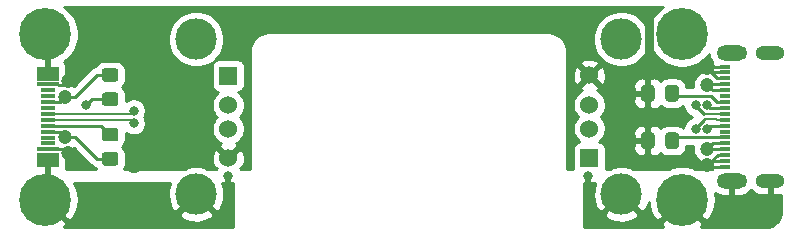
<source format=gbr>
%TF.GenerationSoftware,KiCad,Pcbnew,5.1.6-c6e7f7d~87~ubuntu18.04.1*%
%TF.CreationDate,2020-09-20T16:09:31-04:00*%
%TF.ProjectId,bt500-usbc,62743530-302d-4757-9362-632e6b696361,rev?*%
%TF.SameCoordinates,Original*%
%TF.FileFunction,Copper,L1,Top*%
%TF.FilePolarity,Positive*%
%FSLAX46Y46*%
G04 Gerber Fmt 4.6, Leading zero omitted, Abs format (unit mm)*
G04 Created by KiCad (PCBNEW 5.1.6-c6e7f7d~87~ubuntu18.04.1) date 2020-09-20 16:09:31*
%MOMM*%
%LPD*%
G01*
G04 APERTURE LIST*
%TA.AperFunction,ComponentPad*%
%ADD10O,2.450000X1.225000*%
%TD*%
%TA.AperFunction,ComponentPad*%
%ADD11O,2.600000X1.300000*%
%TD*%
%TA.AperFunction,SMDPad,CuDef*%
%ADD12R,0.900000X0.300000*%
%TD*%
%TA.AperFunction,SMDPad,CuDef*%
%ADD13R,1.850000X0.300000*%
%TD*%
%TA.AperFunction,SMDPad,CuDef*%
%ADD14R,1.250000X0.300000*%
%TD*%
%TA.AperFunction,SMDPad,CuDef*%
%ADD15R,1.850000X1.180000*%
%TD*%
%TA.AperFunction,ComponentPad*%
%ADD16C,1.524000*%
%TD*%
%TA.AperFunction,ComponentPad*%
%ADD17R,1.524000X1.524000*%
%TD*%
%TA.AperFunction,ComponentPad*%
%ADD18C,3.500000*%
%TD*%
%TA.AperFunction,ComponentPad*%
%ADD19C,4.400000*%
%TD*%
%TA.AperFunction,ViaPad*%
%ADD20C,0.800000*%
%TD*%
%TA.AperFunction,ViaPad*%
%ADD21C,1.200000*%
%TD*%
%TA.AperFunction,ViaPad*%
%ADD22C,1.600000*%
%TD*%
%TA.AperFunction,Conductor*%
%ADD23C,0.750000*%
%TD*%
%TA.AperFunction,Conductor*%
%ADD24C,0.250000*%
%TD*%
%TA.AperFunction,Conductor*%
%ADD25C,0.500000*%
%TD*%
%TA.AperFunction,Conductor*%
%ADD26C,0.200000*%
%TD*%
%TA.AperFunction,Conductor*%
%ADD27C,0.254000*%
%TD*%
G04 APERTURE END LIST*
D10*
%TO.P,J2,S3*%
%TO.N,/SHIELD*%
X181630000Y-101640000D03*
%TO.P,J2,S4*%
X181630000Y-90840000D03*
D11*
%TO.P,J2,S1*%
X178400000Y-101640000D03*
%TO.P,J2,S2*%
X178400000Y-90840000D03*
D12*
%TO.P,J2,MID2*%
%TO.N,GND*%
X177780000Y-91990000D03*
%TO.P,J2,MID1*%
X177780000Y-100490000D03*
%TO.P,J2,B12*%
X177780000Y-99490000D03*
%TO.P,J2,B9*%
%TO.N,VBUS*%
X177780000Y-98490000D03*
%TO.P,J2,B8*%
%TO.N,Net-(J2-PadB8)*%
X177780000Y-97490000D03*
%TO.P,J2,B7*%
%TO.N,/UFP_D-*%
X177780000Y-96490000D03*
%TO.P,J2,B6*%
%TO.N,/UFP_D+*%
X177780000Y-95990000D03*
%TO.P,J2,B5*%
%TO.N,Net-(J2-PadB5)*%
X177780000Y-94990000D03*
%TO.P,J2,B4*%
%TO.N,VBUS*%
X177780000Y-93990000D03*
%TO.P,J2,B1*%
%TO.N,GND*%
X177780000Y-92990000D03*
%TO.P,J2,A12*%
X177780000Y-92490000D03*
%TO.P,J2,A9*%
%TO.N,VBUS*%
X177780000Y-93490000D03*
%TO.P,J2,A8*%
%TO.N,Net-(J2-PadA8)*%
X177780000Y-94490000D03*
%TO.P,J2,A7*%
%TO.N,/UFP_D-*%
X177780000Y-95490000D03*
%TO.P,J2,A6*%
%TO.N,/UFP_D+*%
X177780000Y-96990000D03*
%TO.P,J2,A5*%
%TO.N,Net-(J2-PadA5)*%
X177780000Y-97990000D03*
%TO.P,J2,A4*%
%TO.N,VBUS*%
X177780000Y-98990000D03*
%TO.P,J2,A1*%
%TO.N,GND*%
X177780000Y-99990000D03*
%TD*%
D13*
%TO.P,J1,A12*%
%TO.N,GND*%
X120475000Y-93500000D03*
D14*
%TO.P,J1,A11*%
%TO.N,Net-(J1-PadA11)*%
X120475000Y-94000000D03*
%TO.P,J1,A10*%
%TO.N,Net-(J1-PadA10)*%
X120475000Y-94500000D03*
%TO.P,J1,A9*%
%TO.N,VBUS*%
X120475000Y-95000000D03*
%TO.P,J1,A8*%
%TO.N,Net-(J1-PadA8)*%
X120475000Y-95500000D03*
%TO.P,J1,A7*%
%TO.N,/DFP_D-*%
X120475000Y-96000000D03*
%TO.P,J1,A6*%
%TO.N,/DFP_D+*%
X120475000Y-96500000D03*
%TO.P,J1,A5*%
%TO.N,Net-(J1-PadA5)*%
X120475000Y-97000000D03*
%TO.P,J1,A4*%
%TO.N,VBUS*%
X120475000Y-97500000D03*
%TO.P,J1,A3*%
%TO.N,Net-(J1-PadA3)*%
X120475000Y-98000000D03*
%TO.P,J1,A2*%
%TO.N,Net-(J1-PadA2)*%
X120475000Y-98500000D03*
D13*
%TO.P,J1,A1*%
%TO.N,GND*%
X120475000Y-99000000D03*
D15*
%TO.P,J1,S2*%
%TO.N,/SHIELD*%
X120475000Y-92610000D03*
%TO.P,J1,S1*%
X120475000Y-99890000D03*
%TD*%
%TO.P,R4,2*%
%TO.N,GND*%
%TA.AperFunction,SMDPad,CuDef*%
G36*
G01*
X171853125Y-93799999D02*
X171853125Y-94700001D01*
G75*
G02*
X171603126Y-94950000I-249999J0D01*
G01*
X170953124Y-94950000D01*
G75*
G02*
X170703125Y-94700001I0J249999D01*
G01*
X170703125Y-93799999D01*
G75*
G02*
X170953124Y-93550000I249999J0D01*
G01*
X171603126Y-93550000D01*
G75*
G02*
X171853125Y-93799999I0J-249999D01*
G01*
G37*
%TD.AperFunction*%
%TO.P,R4,1*%
%TO.N,Net-(J2-PadB5)*%
%TA.AperFunction,SMDPad,CuDef*%
G36*
G01*
X173903125Y-93799999D02*
X173903125Y-94700001D01*
G75*
G02*
X173653126Y-94950000I-249999J0D01*
G01*
X173003124Y-94950000D01*
G75*
G02*
X172753125Y-94700001I0J249999D01*
G01*
X172753125Y-93799999D01*
G75*
G02*
X173003124Y-93550000I249999J0D01*
G01*
X173653126Y-93550000D01*
G75*
G02*
X173903125Y-93799999I0J-249999D01*
G01*
G37*
%TD.AperFunction*%
%TD*%
%TO.P,R3,2*%
%TO.N,GND*%
%TA.AperFunction,SMDPad,CuDef*%
G36*
G01*
X171853125Y-97799999D02*
X171853125Y-98700001D01*
G75*
G02*
X171603126Y-98950000I-249999J0D01*
G01*
X170953124Y-98950000D01*
G75*
G02*
X170703125Y-98700001I0J249999D01*
G01*
X170703125Y-97799999D01*
G75*
G02*
X170953124Y-97550000I249999J0D01*
G01*
X171603126Y-97550000D01*
G75*
G02*
X171853125Y-97799999I0J-249999D01*
G01*
G37*
%TD.AperFunction*%
%TO.P,R3,1*%
%TO.N,Net-(J2-PadA5)*%
%TA.AperFunction,SMDPad,CuDef*%
G36*
G01*
X173903125Y-97799999D02*
X173903125Y-98700001D01*
G75*
G02*
X173653126Y-98950000I-249999J0D01*
G01*
X173003124Y-98950000D01*
G75*
G02*
X172753125Y-98700001I0J249999D01*
G01*
X172753125Y-97799999D01*
G75*
G02*
X173003124Y-97550000I249999J0D01*
G01*
X173653126Y-97550000D01*
G75*
G02*
X173903125Y-97799999I0J-249999D01*
G01*
G37*
%TD.AperFunction*%
%TD*%
%TO.P,R2,2*%
%TO.N,VBUS*%
%TA.AperFunction,SMDPad,CuDef*%
G36*
G01*
X126200001Y-93275000D02*
X125299999Y-93275000D01*
G75*
G02*
X125050000Y-93025001I0J249999D01*
G01*
X125050000Y-92374999D01*
G75*
G02*
X125299999Y-92125000I249999J0D01*
G01*
X126200001Y-92125000D01*
G75*
G02*
X126450000Y-92374999I0J-249999D01*
G01*
X126450000Y-93025001D01*
G75*
G02*
X126200001Y-93275000I-249999J0D01*
G01*
G37*
%TD.AperFunction*%
%TO.P,R2,1*%
%TO.N,Net-(J1-PadB5)*%
%TA.AperFunction,SMDPad,CuDef*%
G36*
G01*
X126200001Y-95325000D02*
X125299999Y-95325000D01*
G75*
G02*
X125050000Y-95075001I0J249999D01*
G01*
X125050000Y-94424999D01*
G75*
G02*
X125299999Y-94175000I249999J0D01*
G01*
X126200001Y-94175000D01*
G75*
G02*
X126450000Y-94424999I0J-249999D01*
G01*
X126450000Y-95075001D01*
G75*
G02*
X126200001Y-95325000I-249999J0D01*
G01*
G37*
%TD.AperFunction*%
%TD*%
%TO.P,R1,2*%
%TO.N,VBUS*%
%TA.AperFunction,SMDPad,CuDef*%
G36*
G01*
X125299999Y-99225000D02*
X126200001Y-99225000D01*
G75*
G02*
X126450000Y-99474999I0J-249999D01*
G01*
X126450000Y-100125001D01*
G75*
G02*
X126200001Y-100375000I-249999J0D01*
G01*
X125299999Y-100375000D01*
G75*
G02*
X125050000Y-100125001I0J249999D01*
G01*
X125050000Y-99474999D01*
G75*
G02*
X125299999Y-99225000I249999J0D01*
G01*
G37*
%TD.AperFunction*%
%TO.P,R1,1*%
%TO.N,Net-(J1-PadA5)*%
%TA.AperFunction,SMDPad,CuDef*%
G36*
G01*
X125299999Y-97175000D02*
X126200001Y-97175000D01*
G75*
G02*
X126450000Y-97424999I0J-249999D01*
G01*
X126450000Y-98075001D01*
G75*
G02*
X126200001Y-98325000I-249999J0D01*
G01*
X125299999Y-98325000D01*
G75*
G02*
X125050000Y-98075001I0J249999D01*
G01*
X125050000Y-97424999D01*
G75*
G02*
X125299999Y-97175000I249999J0D01*
G01*
G37*
%TD.AperFunction*%
%TD*%
D16*
%TO.P,P2,4*%
%TO.N,GND*%
X166328125Y-92740000D03*
%TO.P,P2,3*%
%TO.N,/UFP_D+*%
X166328125Y-95240000D03*
%TO.P,P2,2*%
%TO.N,/UFP_D-*%
X166328125Y-97240000D03*
D17*
%TO.P,P2,1*%
%TO.N,VBUS*%
X166328125Y-99740000D03*
D18*
%TO.P,P2,5*%
%TO.N,/SHIELD*%
X169038125Y-102810000D03*
X169038125Y-89670000D03*
%TD*%
D16*
%TO.P,P1,4*%
%TO.N,GND*%
X135750000Y-99750000D03*
%TO.P,P1,3*%
%TO.N,/DFP_D+*%
X135750000Y-97250000D03*
%TO.P,P1,2*%
%TO.N,/DFP_D-*%
X135750000Y-95250000D03*
D17*
%TO.P,P1,1*%
%TO.N,VBUS*%
X135750000Y-92750000D03*
D18*
%TO.P,P1,5*%
%TO.N,/SHIELD*%
X133040000Y-89680000D03*
X133040000Y-102820000D03*
%TD*%
D19*
%TO.P,H4,1*%
%TO.N,/SHIELD*%
X174172000Y-103250000D03*
%TD*%
%TO.P,H3,1*%
%TO.N,/SHIELD*%
X174172000Y-89250000D03*
%TD*%
%TO.P,H2,1*%
%TO.N,/SHIELD*%
X120250000Y-103250000D03*
%TD*%
%TO.P,H1,1*%
%TO.N,/SHIELD*%
X120250000Y-89250000D03*
%TD*%
D20*
%TO.N,Net-(J1-PadB5)*%
X123750000Y-95250000D03*
%TO.N,/SHIELD*%
X135750000Y-105250000D03*
X135750000Y-104250000D03*
X135750000Y-103250000D03*
X135750000Y-102250000D03*
X135750000Y-101250000D03*
X166250000Y-105250000D03*
X166250000Y-104250000D03*
X166250000Y-103250000D03*
X166250000Y-102250000D03*
X166250000Y-101250000D03*
D21*
%TO.N,GND*%
X176328125Y-92150000D03*
X122200002Y-99302420D03*
X122200002Y-93197580D03*
X176328125Y-100350000D03*
D22*
X127750000Y-100250000D03*
D21*
%TO.N,VBUS*%
X176328125Y-93550000D03*
X176328125Y-98950000D03*
X121900002Y-94575000D03*
X121900002Y-97925000D03*
D20*
%TO.N,/DFP_D-*%
X127750000Y-95725000D03*
%TO.N,/DFP_D+*%
X127750000Y-96775000D03*
%TO.N,/UFP_D-*%
X175328125Y-97250000D03*
X176328125Y-95250000D03*
%TO.N,/UFP_D+*%
X176328125Y-97250000D03*
X175328125Y-95250000D03*
%TD*%
D23*
%TO.N,GND*%
X171396999Y-90752128D02*
X171396999Y-87396999D01*
D24*
%TO.N,Net-(J1-PadB5)*%
X125750000Y-94750000D02*
X124250000Y-94750000D01*
X124250000Y-94750000D02*
X123750000Y-95250000D01*
%TO.N,Net-(J1-PadA5)*%
X125000000Y-97000000D02*
X125750000Y-97750000D01*
X120475000Y-97000000D02*
X125000000Y-97000000D01*
%TO.N,Net-(J2-PadB5)*%
X173328125Y-94250000D02*
X173603124Y-94524999D01*
X176626128Y-94475001D02*
X177141127Y-94990000D01*
X177141127Y-94990000D02*
X177780000Y-94990000D01*
X173553126Y-94475001D02*
X176626128Y-94475001D01*
X173328125Y-94250000D02*
X173553126Y-94475001D01*
%TO.N,Net-(J2-PadA5)*%
X173588125Y-97990000D02*
X173328125Y-98250000D01*
X177780000Y-97990000D02*
X173588125Y-97990000D01*
D25*
%TO.N,/SHIELD*%
X120475000Y-103025000D02*
X120250000Y-103250000D01*
X120475000Y-89475000D02*
X120250000Y-89250000D01*
X120475000Y-92610000D02*
X120475000Y-89475000D01*
X120475000Y-99890000D02*
X120475000Y-103025000D01*
X135750000Y-102250000D02*
X135750000Y-101250000D01*
X166250000Y-102250000D02*
X166250000Y-101250000D01*
D24*
%TO.N,GND*%
X121872581Y-93525001D02*
X121360003Y-93525001D01*
X122200002Y-93197580D02*
X121872581Y-93525001D01*
X122200002Y-99302420D02*
X121872581Y-98974999D01*
X121660001Y-98974999D02*
X121360003Y-98974999D01*
X121872581Y-98974999D02*
X121660001Y-98974999D01*
X176488125Y-91990000D02*
X176328125Y-92150000D01*
X177780000Y-91990000D02*
X176488125Y-91990000D01*
X176668125Y-92490000D02*
X176328125Y-92150000D01*
X177780000Y-92490000D02*
X176668125Y-92490000D01*
X177168125Y-92990000D02*
X176328125Y-92150000D01*
X177780000Y-92990000D02*
X177168125Y-92990000D01*
X176468125Y-100490000D02*
X176328125Y-100350000D01*
X177780000Y-99490000D02*
X177188125Y-99490000D01*
X177780000Y-99990000D02*
X176688125Y-99990000D01*
X177188125Y-99490000D02*
X176328125Y-100350000D01*
X176688125Y-99990000D02*
X176328125Y-100350000D01*
X177780000Y-100490000D02*
X176468125Y-100490000D01*
%TO.N,VBUS*%
X121475002Y-97500000D02*
X120475000Y-97500000D01*
X121900002Y-97925000D02*
X121475002Y-97500000D01*
X121475002Y-95000000D02*
X120475000Y-95000000D01*
X121900002Y-94575000D02*
X121475002Y-95000000D01*
X124623530Y-99800000D02*
X125750000Y-99800000D01*
X122748530Y-97925000D02*
X124623530Y-99800000D01*
X121900002Y-97925000D02*
X122748530Y-97925000D01*
X124623530Y-92700000D02*
X125750000Y-92700000D01*
X122748530Y-94575000D02*
X124623530Y-92700000D01*
X121900002Y-94575000D02*
X122748530Y-94575000D01*
X176388125Y-93490000D02*
X176328125Y-93550000D01*
X177780000Y-93490000D02*
X176388125Y-93490000D01*
X176768125Y-93990000D02*
X176328125Y-93550000D01*
X177780000Y-93990000D02*
X176768125Y-93990000D01*
X176368125Y-98990000D02*
X176328125Y-98950000D01*
X177780000Y-98990000D02*
X176368125Y-98990000D01*
X176788125Y-98490000D02*
X176328125Y-98950000D01*
X177780000Y-98490000D02*
X176788125Y-98490000D01*
D26*
%TO.N,/DFP_D-*%
X127450000Y-96025000D02*
X127750000Y-95725000D01*
X121437501Y-96025000D02*
X127450000Y-96025000D01*
X120475000Y-96000000D02*
X121412501Y-96000000D01*
X121412501Y-96000000D02*
X121437501Y-96025000D01*
%TO.N,/DFP_D+*%
X121437501Y-96475000D02*
X127450000Y-96475000D01*
X120475000Y-96500000D02*
X121412501Y-96500000D01*
X121412501Y-96500000D02*
X121437501Y-96475000D01*
X127450000Y-96475000D02*
X127750000Y-96775000D01*
D24*
%TO.N,/UFP_D-*%
X166338125Y-97250000D02*
X166328125Y-97240000D01*
X176015123Y-96490000D02*
X175328125Y-97176998D01*
X175328125Y-97176998D02*
X175328125Y-97250000D01*
D26*
X177079999Y-96465000D02*
X177104999Y-96490000D01*
X177104999Y-96490000D02*
X177780000Y-96490000D01*
X176015123Y-96490000D02*
X176040123Y-96465000D01*
X176040123Y-96465000D02*
X177079999Y-96465000D01*
D24*
X176568125Y-95490000D02*
X176328125Y-95250000D01*
X177780000Y-95490000D02*
X176568125Y-95490000D01*
%TO.N,/UFP_D+*%
X166338125Y-95250000D02*
X166328125Y-95240000D01*
X175328125Y-95323002D02*
X175328125Y-95250000D01*
X175995123Y-95990000D02*
X175328125Y-95323002D01*
D26*
X176020123Y-96015000D02*
X177079999Y-96015000D01*
X175995123Y-95990000D02*
X176020123Y-96015000D01*
X177079999Y-96015000D02*
X177104999Y-95990000D01*
X177104999Y-95990000D02*
X177780000Y-95990000D01*
D24*
X176588125Y-96990000D02*
X176328125Y-97250000D01*
X177780000Y-96990000D02*
X176588125Y-96990000D01*
%TD*%
D27*
%TO.N,GND*%
G36*
X124059735Y-100311008D02*
G01*
X124083529Y-100340001D01*
X124112522Y-100363795D01*
X124112526Y-100363799D01*
X124183215Y-100421811D01*
X124199254Y-100434974D01*
X124331283Y-100505546D01*
X124474544Y-100549003D01*
X124527285Y-100554198D01*
X124561595Y-100618387D01*
X124565381Y-100623000D01*
X122020195Y-100623000D01*
X122025812Y-100604482D01*
X122038072Y-100480000D01*
X122038072Y-99300000D01*
X122030525Y-99223369D01*
X122035000Y-99181750D01*
X122024525Y-99171275D01*
X122021105Y-99160000D01*
X122021639Y-99160000D01*
X122260238Y-99112540D01*
X122484994Y-99019443D01*
X122654746Y-98906018D01*
X124059735Y-100311008D01*
G37*
X124059735Y-100311008D02*
X124083529Y-100340001D01*
X124112522Y-100363795D01*
X124112526Y-100363799D01*
X124183215Y-100421811D01*
X124199254Y-100434974D01*
X124331283Y-100505546D01*
X124474544Y-100549003D01*
X124527285Y-100554198D01*
X124561595Y-100618387D01*
X124565381Y-100623000D01*
X122020195Y-100623000D01*
X122025812Y-100604482D01*
X122038072Y-100480000D01*
X122038072Y-99300000D01*
X122030525Y-99223369D01*
X122035000Y-99181750D01*
X122024525Y-99171275D01*
X122021105Y-99160000D01*
X122021639Y-99160000D01*
X122260238Y-99112540D01*
X122484994Y-99019443D01*
X122654746Y-98906018D01*
X124059735Y-100311008D01*
G36*
X172364793Y-87047912D02*
G01*
X171969912Y-87442793D01*
X171659656Y-87907124D01*
X171445948Y-88423061D01*
X171337000Y-88970777D01*
X171337000Y-89002117D01*
X171331471Y-88974321D01*
X171151685Y-88540279D01*
X170890675Y-88149651D01*
X170558474Y-87817450D01*
X170167846Y-87556440D01*
X169733804Y-87376654D01*
X169273027Y-87285000D01*
X168803223Y-87285000D01*
X168342446Y-87376654D01*
X167908404Y-87556440D01*
X167517776Y-87817450D01*
X167185575Y-88149651D01*
X166924565Y-88540279D01*
X166744779Y-88974321D01*
X166653125Y-89435098D01*
X166653125Y-89904902D01*
X166744779Y-90365679D01*
X166924565Y-90799721D01*
X167185575Y-91190349D01*
X167517776Y-91522550D01*
X167908404Y-91783560D01*
X168342446Y-91963346D01*
X168803223Y-92055000D01*
X169273027Y-92055000D01*
X169733804Y-91963346D01*
X170167846Y-91783560D01*
X170558474Y-91522550D01*
X170890675Y-91190349D01*
X171151685Y-90799721D01*
X171331471Y-90365679D01*
X171417426Y-89933551D01*
X171445948Y-90076939D01*
X171659656Y-90592876D01*
X171969912Y-91057207D01*
X172364793Y-91452088D01*
X172829124Y-91762344D01*
X173345061Y-91976052D01*
X173892777Y-92085000D01*
X174451223Y-92085000D01*
X174998939Y-91976052D01*
X175514876Y-91762344D01*
X175979207Y-91452088D01*
X176374088Y-91057207D01*
X176466547Y-90918832D01*
X176483593Y-91091904D01*
X176557071Y-91334127D01*
X176676392Y-91557362D01*
X176732116Y-91625261D01*
X176706896Y-91702603D01*
X176695000Y-91808250D01*
X176832020Y-91945270D01*
X176806907Y-91974611D01*
X176745674Y-92083682D01*
X176727581Y-92139169D01*
X176695000Y-92171750D01*
X176702685Y-92240000D01*
X176695000Y-92308250D01*
X176727581Y-92340831D01*
X176734809Y-92362998D01*
X176695000Y-92362998D01*
X176695000Y-92365210D01*
X176688361Y-92362460D01*
X176449762Y-92315000D01*
X176206488Y-92315000D01*
X175967889Y-92362460D01*
X175743133Y-92455557D01*
X175540858Y-92590713D01*
X175368838Y-92762733D01*
X175233682Y-92965008D01*
X175140585Y-93189764D01*
X175093125Y-93428363D01*
X175093125Y-93671637D01*
X175101751Y-93715001D01*
X174532825Y-93715001D01*
X174524133Y-93626745D01*
X174473597Y-93460149D01*
X174391530Y-93306613D01*
X174281087Y-93172038D01*
X174146512Y-93061595D01*
X173992976Y-92979528D01*
X173826380Y-92928992D01*
X173653126Y-92911928D01*
X173003124Y-92911928D01*
X172829870Y-92928992D01*
X172663274Y-92979528D01*
X172509738Y-93061595D01*
X172375163Y-93172038D01*
X172369783Y-93178594D01*
X172304310Y-93098815D01*
X172207619Y-93019463D01*
X172097305Y-92960498D01*
X171977607Y-92924188D01*
X171853125Y-92911928D01*
X171563875Y-92915000D01*
X171405125Y-93073750D01*
X171405125Y-94123000D01*
X171425125Y-94123000D01*
X171425125Y-94377000D01*
X171405125Y-94377000D01*
X171405125Y-95426250D01*
X171563875Y-95585000D01*
X171853125Y-95588072D01*
X171977607Y-95575812D01*
X172097305Y-95539502D01*
X172207619Y-95480537D01*
X172304310Y-95401185D01*
X172369783Y-95321406D01*
X172375163Y-95327962D01*
X172509738Y-95438405D01*
X172663274Y-95520472D01*
X172829870Y-95571008D01*
X173003124Y-95588072D01*
X173653126Y-95588072D01*
X173826380Y-95571008D01*
X173992976Y-95520472D01*
X174146512Y-95438405D01*
X174281087Y-95327962D01*
X174293125Y-95313294D01*
X174293125Y-95351939D01*
X174332899Y-95551898D01*
X174410920Y-95740256D01*
X174524188Y-95909774D01*
X174668351Y-96053937D01*
X174837869Y-96167205D01*
X175026227Y-96245226D01*
X175050228Y-96250000D01*
X175026227Y-96254774D01*
X174837869Y-96332795D01*
X174668351Y-96446063D01*
X174524188Y-96590226D01*
X174410920Y-96759744D01*
X174332899Y-96948102D01*
X174293125Y-97148061D01*
X174293125Y-97186706D01*
X174281087Y-97172038D01*
X174146512Y-97061595D01*
X173992976Y-96979528D01*
X173826380Y-96928992D01*
X173653126Y-96911928D01*
X173003124Y-96911928D01*
X172829870Y-96928992D01*
X172663274Y-96979528D01*
X172509738Y-97061595D01*
X172375163Y-97172038D01*
X172369783Y-97178594D01*
X172304310Y-97098815D01*
X172207619Y-97019463D01*
X172097305Y-96960498D01*
X171977607Y-96924188D01*
X171853125Y-96911928D01*
X171563875Y-96915000D01*
X171405125Y-97073750D01*
X171405125Y-98123000D01*
X171425125Y-98123000D01*
X171425125Y-98377000D01*
X171405125Y-98377000D01*
X171405125Y-99426250D01*
X171563875Y-99585000D01*
X171853125Y-99588072D01*
X171977607Y-99575812D01*
X172097305Y-99539502D01*
X172207619Y-99480537D01*
X172304310Y-99401185D01*
X172369783Y-99321406D01*
X172375163Y-99327962D01*
X172509738Y-99438405D01*
X172663274Y-99520472D01*
X172829870Y-99571008D01*
X173003124Y-99588072D01*
X173653126Y-99588072D01*
X173826380Y-99571008D01*
X173992976Y-99520472D01*
X174146512Y-99438405D01*
X174281087Y-99327962D01*
X174391530Y-99193387D01*
X174473597Y-99039851D01*
X174524133Y-98873255D01*
X174536273Y-98750000D01*
X175108712Y-98750000D01*
X175093125Y-98828363D01*
X175093125Y-99071637D01*
X175140585Y-99310236D01*
X175233682Y-99534992D01*
X175368838Y-99737267D01*
X175540858Y-99909287D01*
X175743133Y-100044443D01*
X175967889Y-100137540D01*
X176206488Y-100185000D01*
X176449762Y-100185000D01*
X176688361Y-100137540D01*
X176734319Y-100118503D01*
X176727581Y-100139169D01*
X176695000Y-100171750D01*
X176702685Y-100240000D01*
X176695000Y-100308250D01*
X176727581Y-100340831D01*
X176745674Y-100396318D01*
X176806907Y-100505389D01*
X176832020Y-100534730D01*
X176743750Y-100623000D01*
X175238072Y-100623000D01*
X174998939Y-100523948D01*
X174451223Y-100415000D01*
X173892777Y-100415000D01*
X173345061Y-100523948D01*
X173105928Y-100623000D01*
X169990546Y-100623000D01*
X169733804Y-100516654D01*
X169273027Y-100425000D01*
X168803223Y-100425000D01*
X168342446Y-100516654D01*
X168085704Y-100623000D01*
X167716280Y-100623000D01*
X167728197Y-100502000D01*
X167728197Y-98978000D01*
X167725440Y-98950000D01*
X170065053Y-98950000D01*
X170077313Y-99074482D01*
X170113623Y-99194180D01*
X170172588Y-99304494D01*
X170251940Y-99401185D01*
X170348631Y-99480537D01*
X170458945Y-99539502D01*
X170578643Y-99575812D01*
X170703125Y-99588072D01*
X170992375Y-99585000D01*
X171151125Y-99426250D01*
X171151125Y-98377000D01*
X170226875Y-98377000D01*
X170068125Y-98535750D01*
X170065053Y-98950000D01*
X167725440Y-98950000D01*
X167715937Y-98853518D01*
X167679627Y-98733820D01*
X167620662Y-98623506D01*
X167541310Y-98526815D01*
X167444619Y-98447463D01*
X167334305Y-98388498D01*
X167214607Y-98352188D01*
X167182833Y-98349059D01*
X167218660Y-98325120D01*
X167413245Y-98130535D01*
X167566130Y-97901727D01*
X167671439Y-97647490D01*
X167690830Y-97550000D01*
X170065053Y-97550000D01*
X170068125Y-97964250D01*
X170226875Y-98123000D01*
X171151125Y-98123000D01*
X171151125Y-97073750D01*
X170992375Y-96915000D01*
X170703125Y-96911928D01*
X170578643Y-96924188D01*
X170458945Y-96960498D01*
X170348631Y-97019463D01*
X170251940Y-97098815D01*
X170172588Y-97195506D01*
X170113623Y-97305820D01*
X170077313Y-97425518D01*
X170065053Y-97550000D01*
X167690830Y-97550000D01*
X167725125Y-97377592D01*
X167725125Y-97102408D01*
X167671439Y-96832510D01*
X167566130Y-96578273D01*
X167413245Y-96349465D01*
X167303780Y-96240000D01*
X167413245Y-96130535D01*
X167566130Y-95901727D01*
X167671439Y-95647490D01*
X167725125Y-95377592D01*
X167725125Y-95102408D01*
X167694810Y-94950000D01*
X170065053Y-94950000D01*
X170077313Y-95074482D01*
X170113623Y-95194180D01*
X170172588Y-95304494D01*
X170251940Y-95401185D01*
X170348631Y-95480537D01*
X170458945Y-95539502D01*
X170578643Y-95575812D01*
X170703125Y-95588072D01*
X170992375Y-95585000D01*
X171151125Y-95426250D01*
X171151125Y-94377000D01*
X170226875Y-94377000D01*
X170068125Y-94535750D01*
X170065053Y-94950000D01*
X167694810Y-94950000D01*
X167671439Y-94832510D01*
X167566130Y-94578273D01*
X167413245Y-94349465D01*
X167218660Y-94154880D01*
X166989852Y-94001995D01*
X166962724Y-93990758D01*
X167047105Y-93945656D01*
X167114085Y-93705565D01*
X166958520Y-93550000D01*
X170065053Y-93550000D01*
X170068125Y-93964250D01*
X170226875Y-94123000D01*
X171151125Y-94123000D01*
X171151125Y-93073750D01*
X170992375Y-92915000D01*
X170703125Y-92911928D01*
X170578643Y-92924188D01*
X170458945Y-92960498D01*
X170348631Y-93019463D01*
X170251940Y-93098815D01*
X170172588Y-93195506D01*
X170113623Y-93305820D01*
X170077313Y-93425518D01*
X170065053Y-93550000D01*
X166958520Y-93550000D01*
X166328125Y-92919605D01*
X165542165Y-93705565D01*
X165609145Y-93945656D01*
X165699658Y-93988218D01*
X165666398Y-94001995D01*
X165437590Y-94154880D01*
X165243005Y-94349465D01*
X165090120Y-94578273D01*
X164984811Y-94832510D01*
X164931125Y-95102408D01*
X164931125Y-95377592D01*
X164984811Y-95647490D01*
X165090120Y-95901727D01*
X165243005Y-96130535D01*
X165352470Y-96240000D01*
X165243005Y-96349465D01*
X165090120Y-96578273D01*
X164984811Y-96832510D01*
X164931125Y-97102408D01*
X164931125Y-97377592D01*
X164984811Y-97647490D01*
X165090120Y-97901727D01*
X165243005Y-98130535D01*
X165437590Y-98325120D01*
X165473417Y-98349059D01*
X165441643Y-98352188D01*
X165321945Y-98388498D01*
X165211631Y-98447463D01*
X165114940Y-98526815D01*
X165035588Y-98623506D01*
X164976623Y-98733820D01*
X164940313Y-98853518D01*
X164928053Y-98978000D01*
X164928053Y-100502000D01*
X164939970Y-100623000D01*
X164435000Y-100623000D01*
X164435000Y-92812017D01*
X164926215Y-92812017D01*
X164967203Y-93084133D01*
X165060489Y-93343023D01*
X165122469Y-93458980D01*
X165362560Y-93525960D01*
X166148520Y-92740000D01*
X166507730Y-92740000D01*
X167293690Y-93525960D01*
X167533781Y-93458980D01*
X167650881Y-93209952D01*
X167717148Y-92942865D01*
X167730035Y-92667983D01*
X167689047Y-92395867D01*
X167595761Y-92136977D01*
X167533781Y-92021020D01*
X167293690Y-91954040D01*
X166507730Y-92740000D01*
X166148520Y-92740000D01*
X165362560Y-91954040D01*
X165122469Y-92021020D01*
X165005369Y-92270048D01*
X164939102Y-92537135D01*
X164926215Y-92812017D01*
X164435000Y-92812017D01*
X164435000Y-91774435D01*
X165542165Y-91774435D01*
X166328125Y-92560395D01*
X167114085Y-91774435D01*
X167047105Y-91534344D01*
X166798077Y-91417244D01*
X166530990Y-91350977D01*
X166256108Y-91338090D01*
X165983992Y-91379078D01*
X165725102Y-91472364D01*
X165609145Y-91534344D01*
X165542165Y-91774435D01*
X164435000Y-91774435D01*
X164435000Y-90716353D01*
X164432113Y-90687045D01*
X164432156Y-90680933D01*
X164431223Y-90671415D01*
X164410822Y-90477318D01*
X164398339Y-90416504D01*
X164386705Y-90355519D01*
X164383941Y-90346363D01*
X164326229Y-90159925D01*
X164302170Y-90102692D01*
X164278913Y-90045127D01*
X164274423Y-90036682D01*
X164181598Y-89865006D01*
X164146878Y-89813532D01*
X164112883Y-89761582D01*
X164106838Y-89754170D01*
X163982435Y-89603793D01*
X163938362Y-89560027D01*
X163894943Y-89515689D01*
X163887574Y-89509592D01*
X163736332Y-89386242D01*
X163684614Y-89351881D01*
X163633393Y-89316809D01*
X163624980Y-89312260D01*
X163452657Y-89220635D01*
X163395261Y-89196978D01*
X163338193Y-89172519D01*
X163329057Y-89169690D01*
X163142220Y-89113281D01*
X163081302Y-89101219D01*
X163020590Y-89088314D01*
X163011078Y-89087314D01*
X162816845Y-89068269D01*
X162816837Y-89068269D01*
X162783647Y-89065000D01*
X139216353Y-89065000D01*
X139187045Y-89067887D01*
X139180933Y-89067844D01*
X139171415Y-89068777D01*
X138977318Y-89089178D01*
X138916504Y-89101661D01*
X138855519Y-89113295D01*
X138846363Y-89116059D01*
X138659925Y-89173771D01*
X138602692Y-89197830D01*
X138545127Y-89221087D01*
X138536682Y-89225577D01*
X138365006Y-89318402D01*
X138313532Y-89353122D01*
X138261582Y-89387117D01*
X138254170Y-89393162D01*
X138103793Y-89517565D01*
X138060027Y-89561638D01*
X138015689Y-89605057D01*
X138009592Y-89612426D01*
X137886242Y-89763668D01*
X137851881Y-89815386D01*
X137816809Y-89866607D01*
X137812260Y-89875020D01*
X137720635Y-90047343D01*
X137696978Y-90104739D01*
X137672519Y-90161807D01*
X137669690Y-90170943D01*
X137613281Y-90357780D01*
X137601219Y-90418698D01*
X137588314Y-90479410D01*
X137587314Y-90488922D01*
X137568269Y-90683155D01*
X137568269Y-90683173D01*
X137565001Y-90716353D01*
X137565000Y-100623000D01*
X136802608Y-100623000D01*
X136715567Y-100535959D01*
X136955656Y-100468980D01*
X137072756Y-100219952D01*
X137139023Y-99952865D01*
X137151910Y-99677983D01*
X137110922Y-99405867D01*
X137017636Y-99146977D01*
X136955656Y-99031020D01*
X136715565Y-98964040D01*
X135929605Y-99750000D01*
X135943748Y-99764143D01*
X135764143Y-99943748D01*
X135750000Y-99929605D01*
X135735858Y-99943748D01*
X135556253Y-99764143D01*
X135570395Y-99750000D01*
X134784435Y-98964040D01*
X134544344Y-99031020D01*
X134427244Y-99280048D01*
X134360977Y-99547135D01*
X134348090Y-99822017D01*
X134389078Y-100094133D01*
X134482364Y-100353023D01*
X134544344Y-100468980D01*
X134784433Y-100535959D01*
X134697392Y-100623000D01*
X133968279Y-100623000D01*
X133735679Y-100526654D01*
X133274902Y-100435000D01*
X132805098Y-100435000D01*
X132344321Y-100526654D01*
X132111721Y-100623000D01*
X126934619Y-100623000D01*
X126938405Y-100618387D01*
X127020472Y-100464851D01*
X127071008Y-100298255D01*
X127088072Y-100125001D01*
X127088072Y-99474999D01*
X127071008Y-99301745D01*
X127020472Y-99135149D01*
X126938405Y-98981613D01*
X126827962Y-98847038D01*
X126740184Y-98775000D01*
X126827962Y-98702962D01*
X126938405Y-98568387D01*
X127020472Y-98414851D01*
X127071008Y-98248255D01*
X127088072Y-98075001D01*
X127088072Y-97576783D01*
X127090226Y-97578937D01*
X127259744Y-97692205D01*
X127448102Y-97770226D01*
X127648061Y-97810000D01*
X127851939Y-97810000D01*
X128051898Y-97770226D01*
X128240256Y-97692205D01*
X128409774Y-97578937D01*
X128553937Y-97434774D01*
X128667205Y-97265256D01*
X128745226Y-97076898D01*
X128785000Y-96876939D01*
X128785000Y-96673061D01*
X128745226Y-96473102D01*
X128667205Y-96284744D01*
X128643990Y-96250000D01*
X128667205Y-96215256D01*
X128745226Y-96026898D01*
X128785000Y-95826939D01*
X128785000Y-95623061D01*
X128745226Y-95423102D01*
X128667205Y-95234744D01*
X128553937Y-95065226D01*
X128409774Y-94921063D01*
X128240256Y-94807795D01*
X128051898Y-94729774D01*
X127851939Y-94690000D01*
X127648061Y-94690000D01*
X127448102Y-94729774D01*
X127259744Y-94807795D01*
X127090226Y-94921063D01*
X127088072Y-94923217D01*
X127088072Y-94424999D01*
X127071008Y-94251745D01*
X127020472Y-94085149D01*
X126938405Y-93931613D01*
X126827962Y-93797038D01*
X126740184Y-93725000D01*
X126827962Y-93652962D01*
X126938405Y-93518387D01*
X127020472Y-93364851D01*
X127071008Y-93198255D01*
X127088072Y-93025001D01*
X127088072Y-92374999D01*
X127071008Y-92201745D01*
X127020472Y-92035149D01*
X126938405Y-91881613D01*
X126827962Y-91747038D01*
X126693387Y-91636595D01*
X126539851Y-91554528D01*
X126373255Y-91503992D01*
X126200001Y-91486928D01*
X125299999Y-91486928D01*
X125126745Y-91503992D01*
X124960149Y-91554528D01*
X124806613Y-91636595D01*
X124672038Y-91747038D01*
X124561595Y-91881613D01*
X124527285Y-91945802D01*
X124474544Y-91950997D01*
X124331283Y-91994454D01*
X124199254Y-92065026D01*
X124199252Y-92065027D01*
X124199253Y-92065027D01*
X124112526Y-92136201D01*
X124112522Y-92136205D01*
X124083529Y-92159999D01*
X124059735Y-92188992D01*
X122654746Y-93593982D01*
X122484994Y-93480557D01*
X122260238Y-93387460D01*
X122021639Y-93340000D01*
X122021105Y-93340000D01*
X122024525Y-93328725D01*
X122035000Y-93318250D01*
X122030525Y-93276631D01*
X122038072Y-93200000D01*
X122038072Y-92020000D01*
X122025812Y-91895518D01*
X121989502Y-91775820D01*
X121930537Y-91665506D01*
X121862280Y-91582334D01*
X122057207Y-91452088D01*
X122452088Y-91057207D01*
X122762344Y-90592876D01*
X122976052Y-90076939D01*
X123085000Y-89529223D01*
X123085000Y-89445098D01*
X130655000Y-89445098D01*
X130655000Y-89914902D01*
X130746654Y-90375679D01*
X130926440Y-90809721D01*
X131187450Y-91200349D01*
X131519651Y-91532550D01*
X131910279Y-91793560D01*
X132344321Y-91973346D01*
X132805098Y-92065000D01*
X133274902Y-92065000D01*
X133735679Y-91973346D01*
X134169721Y-91793560D01*
X134515991Y-91562189D01*
X134457463Y-91633506D01*
X134398498Y-91743820D01*
X134362188Y-91863518D01*
X134349928Y-91988000D01*
X134349928Y-93512000D01*
X134362188Y-93636482D01*
X134398498Y-93756180D01*
X134457463Y-93866494D01*
X134536815Y-93963185D01*
X134633506Y-94042537D01*
X134743820Y-94101502D01*
X134863518Y-94137812D01*
X134895292Y-94140941D01*
X134859465Y-94164880D01*
X134664880Y-94359465D01*
X134511995Y-94588273D01*
X134406686Y-94842510D01*
X134353000Y-95112408D01*
X134353000Y-95387592D01*
X134406686Y-95657490D01*
X134511995Y-95911727D01*
X134664880Y-96140535D01*
X134774345Y-96250000D01*
X134664880Y-96359465D01*
X134511995Y-96588273D01*
X134406686Y-96842510D01*
X134353000Y-97112408D01*
X134353000Y-97387592D01*
X134406686Y-97657490D01*
X134511995Y-97911727D01*
X134664880Y-98140535D01*
X134859465Y-98335120D01*
X135088273Y-98488005D01*
X135115401Y-98499242D01*
X135031020Y-98544344D01*
X134964040Y-98784435D01*
X135750000Y-99570395D01*
X136535960Y-98784435D01*
X136468980Y-98544344D01*
X136378467Y-98501782D01*
X136411727Y-98488005D01*
X136640535Y-98335120D01*
X136835120Y-98140535D01*
X136988005Y-97911727D01*
X137093314Y-97657490D01*
X137147000Y-97387592D01*
X137147000Y-97112408D01*
X137093314Y-96842510D01*
X136988005Y-96588273D01*
X136835120Y-96359465D01*
X136725655Y-96250000D01*
X136835120Y-96140535D01*
X136988005Y-95911727D01*
X137093314Y-95657490D01*
X137147000Y-95387592D01*
X137147000Y-95112408D01*
X137093314Y-94842510D01*
X136988005Y-94588273D01*
X136835120Y-94359465D01*
X136640535Y-94164880D01*
X136604708Y-94140941D01*
X136636482Y-94137812D01*
X136756180Y-94101502D01*
X136866494Y-94042537D01*
X136963185Y-93963185D01*
X137042537Y-93866494D01*
X137101502Y-93756180D01*
X137137812Y-93636482D01*
X137150072Y-93512000D01*
X137150072Y-91988000D01*
X137137812Y-91863518D01*
X137101502Y-91743820D01*
X137042537Y-91633506D01*
X136963185Y-91536815D01*
X136866494Y-91457463D01*
X136756180Y-91398498D01*
X136636482Y-91362188D01*
X136512000Y-91349928D01*
X134988000Y-91349928D01*
X134863518Y-91362188D01*
X134743820Y-91398498D01*
X134637652Y-91455247D01*
X134892550Y-91200349D01*
X135153560Y-90809721D01*
X135333346Y-90375679D01*
X135425000Y-89914902D01*
X135425000Y-89445098D01*
X135333346Y-88984321D01*
X135153560Y-88550279D01*
X134892550Y-88159651D01*
X134560349Y-87827450D01*
X134169721Y-87566440D01*
X133735679Y-87386654D01*
X133274902Y-87295000D01*
X132805098Y-87295000D01*
X132344321Y-87386654D01*
X131910279Y-87566440D01*
X131519651Y-87827450D01*
X131187450Y-88159651D01*
X130926440Y-88550279D01*
X130746654Y-88984321D01*
X130655000Y-89445098D01*
X123085000Y-89445098D01*
X123085000Y-88970777D01*
X122976052Y-88423061D01*
X122762344Y-87907124D01*
X122452088Y-87442793D01*
X122057207Y-87047912D01*
X121888222Y-86935000D01*
X172533778Y-86935000D01*
X172364793Y-87047912D01*
G37*
X172364793Y-87047912D02*
X171969912Y-87442793D01*
X171659656Y-87907124D01*
X171445948Y-88423061D01*
X171337000Y-88970777D01*
X171337000Y-89002117D01*
X171331471Y-88974321D01*
X171151685Y-88540279D01*
X170890675Y-88149651D01*
X170558474Y-87817450D01*
X170167846Y-87556440D01*
X169733804Y-87376654D01*
X169273027Y-87285000D01*
X168803223Y-87285000D01*
X168342446Y-87376654D01*
X167908404Y-87556440D01*
X167517776Y-87817450D01*
X167185575Y-88149651D01*
X166924565Y-88540279D01*
X166744779Y-88974321D01*
X166653125Y-89435098D01*
X166653125Y-89904902D01*
X166744779Y-90365679D01*
X166924565Y-90799721D01*
X167185575Y-91190349D01*
X167517776Y-91522550D01*
X167908404Y-91783560D01*
X168342446Y-91963346D01*
X168803223Y-92055000D01*
X169273027Y-92055000D01*
X169733804Y-91963346D01*
X170167846Y-91783560D01*
X170558474Y-91522550D01*
X170890675Y-91190349D01*
X171151685Y-90799721D01*
X171331471Y-90365679D01*
X171417426Y-89933551D01*
X171445948Y-90076939D01*
X171659656Y-90592876D01*
X171969912Y-91057207D01*
X172364793Y-91452088D01*
X172829124Y-91762344D01*
X173345061Y-91976052D01*
X173892777Y-92085000D01*
X174451223Y-92085000D01*
X174998939Y-91976052D01*
X175514876Y-91762344D01*
X175979207Y-91452088D01*
X176374088Y-91057207D01*
X176466547Y-90918832D01*
X176483593Y-91091904D01*
X176557071Y-91334127D01*
X176676392Y-91557362D01*
X176732116Y-91625261D01*
X176706896Y-91702603D01*
X176695000Y-91808250D01*
X176832020Y-91945270D01*
X176806907Y-91974611D01*
X176745674Y-92083682D01*
X176727581Y-92139169D01*
X176695000Y-92171750D01*
X176702685Y-92240000D01*
X176695000Y-92308250D01*
X176727581Y-92340831D01*
X176734809Y-92362998D01*
X176695000Y-92362998D01*
X176695000Y-92365210D01*
X176688361Y-92362460D01*
X176449762Y-92315000D01*
X176206488Y-92315000D01*
X175967889Y-92362460D01*
X175743133Y-92455557D01*
X175540858Y-92590713D01*
X175368838Y-92762733D01*
X175233682Y-92965008D01*
X175140585Y-93189764D01*
X175093125Y-93428363D01*
X175093125Y-93671637D01*
X175101751Y-93715001D01*
X174532825Y-93715001D01*
X174524133Y-93626745D01*
X174473597Y-93460149D01*
X174391530Y-93306613D01*
X174281087Y-93172038D01*
X174146512Y-93061595D01*
X173992976Y-92979528D01*
X173826380Y-92928992D01*
X173653126Y-92911928D01*
X173003124Y-92911928D01*
X172829870Y-92928992D01*
X172663274Y-92979528D01*
X172509738Y-93061595D01*
X172375163Y-93172038D01*
X172369783Y-93178594D01*
X172304310Y-93098815D01*
X172207619Y-93019463D01*
X172097305Y-92960498D01*
X171977607Y-92924188D01*
X171853125Y-92911928D01*
X171563875Y-92915000D01*
X171405125Y-93073750D01*
X171405125Y-94123000D01*
X171425125Y-94123000D01*
X171425125Y-94377000D01*
X171405125Y-94377000D01*
X171405125Y-95426250D01*
X171563875Y-95585000D01*
X171853125Y-95588072D01*
X171977607Y-95575812D01*
X172097305Y-95539502D01*
X172207619Y-95480537D01*
X172304310Y-95401185D01*
X172369783Y-95321406D01*
X172375163Y-95327962D01*
X172509738Y-95438405D01*
X172663274Y-95520472D01*
X172829870Y-95571008D01*
X173003124Y-95588072D01*
X173653126Y-95588072D01*
X173826380Y-95571008D01*
X173992976Y-95520472D01*
X174146512Y-95438405D01*
X174281087Y-95327962D01*
X174293125Y-95313294D01*
X174293125Y-95351939D01*
X174332899Y-95551898D01*
X174410920Y-95740256D01*
X174524188Y-95909774D01*
X174668351Y-96053937D01*
X174837869Y-96167205D01*
X175026227Y-96245226D01*
X175050228Y-96250000D01*
X175026227Y-96254774D01*
X174837869Y-96332795D01*
X174668351Y-96446063D01*
X174524188Y-96590226D01*
X174410920Y-96759744D01*
X174332899Y-96948102D01*
X174293125Y-97148061D01*
X174293125Y-97186706D01*
X174281087Y-97172038D01*
X174146512Y-97061595D01*
X173992976Y-96979528D01*
X173826380Y-96928992D01*
X173653126Y-96911928D01*
X173003124Y-96911928D01*
X172829870Y-96928992D01*
X172663274Y-96979528D01*
X172509738Y-97061595D01*
X172375163Y-97172038D01*
X172369783Y-97178594D01*
X172304310Y-97098815D01*
X172207619Y-97019463D01*
X172097305Y-96960498D01*
X171977607Y-96924188D01*
X171853125Y-96911928D01*
X171563875Y-96915000D01*
X171405125Y-97073750D01*
X171405125Y-98123000D01*
X171425125Y-98123000D01*
X171425125Y-98377000D01*
X171405125Y-98377000D01*
X171405125Y-99426250D01*
X171563875Y-99585000D01*
X171853125Y-99588072D01*
X171977607Y-99575812D01*
X172097305Y-99539502D01*
X172207619Y-99480537D01*
X172304310Y-99401185D01*
X172369783Y-99321406D01*
X172375163Y-99327962D01*
X172509738Y-99438405D01*
X172663274Y-99520472D01*
X172829870Y-99571008D01*
X173003124Y-99588072D01*
X173653126Y-99588072D01*
X173826380Y-99571008D01*
X173992976Y-99520472D01*
X174146512Y-99438405D01*
X174281087Y-99327962D01*
X174391530Y-99193387D01*
X174473597Y-99039851D01*
X174524133Y-98873255D01*
X174536273Y-98750000D01*
X175108712Y-98750000D01*
X175093125Y-98828363D01*
X175093125Y-99071637D01*
X175140585Y-99310236D01*
X175233682Y-99534992D01*
X175368838Y-99737267D01*
X175540858Y-99909287D01*
X175743133Y-100044443D01*
X175967889Y-100137540D01*
X176206488Y-100185000D01*
X176449762Y-100185000D01*
X176688361Y-100137540D01*
X176734319Y-100118503D01*
X176727581Y-100139169D01*
X176695000Y-100171750D01*
X176702685Y-100240000D01*
X176695000Y-100308250D01*
X176727581Y-100340831D01*
X176745674Y-100396318D01*
X176806907Y-100505389D01*
X176832020Y-100534730D01*
X176743750Y-100623000D01*
X175238072Y-100623000D01*
X174998939Y-100523948D01*
X174451223Y-100415000D01*
X173892777Y-100415000D01*
X173345061Y-100523948D01*
X173105928Y-100623000D01*
X169990546Y-100623000D01*
X169733804Y-100516654D01*
X169273027Y-100425000D01*
X168803223Y-100425000D01*
X168342446Y-100516654D01*
X168085704Y-100623000D01*
X167716280Y-100623000D01*
X167728197Y-100502000D01*
X167728197Y-98978000D01*
X167725440Y-98950000D01*
X170065053Y-98950000D01*
X170077313Y-99074482D01*
X170113623Y-99194180D01*
X170172588Y-99304494D01*
X170251940Y-99401185D01*
X170348631Y-99480537D01*
X170458945Y-99539502D01*
X170578643Y-99575812D01*
X170703125Y-99588072D01*
X170992375Y-99585000D01*
X171151125Y-99426250D01*
X171151125Y-98377000D01*
X170226875Y-98377000D01*
X170068125Y-98535750D01*
X170065053Y-98950000D01*
X167725440Y-98950000D01*
X167715937Y-98853518D01*
X167679627Y-98733820D01*
X167620662Y-98623506D01*
X167541310Y-98526815D01*
X167444619Y-98447463D01*
X167334305Y-98388498D01*
X167214607Y-98352188D01*
X167182833Y-98349059D01*
X167218660Y-98325120D01*
X167413245Y-98130535D01*
X167566130Y-97901727D01*
X167671439Y-97647490D01*
X167690830Y-97550000D01*
X170065053Y-97550000D01*
X170068125Y-97964250D01*
X170226875Y-98123000D01*
X171151125Y-98123000D01*
X171151125Y-97073750D01*
X170992375Y-96915000D01*
X170703125Y-96911928D01*
X170578643Y-96924188D01*
X170458945Y-96960498D01*
X170348631Y-97019463D01*
X170251940Y-97098815D01*
X170172588Y-97195506D01*
X170113623Y-97305820D01*
X170077313Y-97425518D01*
X170065053Y-97550000D01*
X167690830Y-97550000D01*
X167725125Y-97377592D01*
X167725125Y-97102408D01*
X167671439Y-96832510D01*
X167566130Y-96578273D01*
X167413245Y-96349465D01*
X167303780Y-96240000D01*
X167413245Y-96130535D01*
X167566130Y-95901727D01*
X167671439Y-95647490D01*
X167725125Y-95377592D01*
X167725125Y-95102408D01*
X167694810Y-94950000D01*
X170065053Y-94950000D01*
X170077313Y-95074482D01*
X170113623Y-95194180D01*
X170172588Y-95304494D01*
X170251940Y-95401185D01*
X170348631Y-95480537D01*
X170458945Y-95539502D01*
X170578643Y-95575812D01*
X170703125Y-95588072D01*
X170992375Y-95585000D01*
X171151125Y-95426250D01*
X171151125Y-94377000D01*
X170226875Y-94377000D01*
X170068125Y-94535750D01*
X170065053Y-94950000D01*
X167694810Y-94950000D01*
X167671439Y-94832510D01*
X167566130Y-94578273D01*
X167413245Y-94349465D01*
X167218660Y-94154880D01*
X166989852Y-94001995D01*
X166962724Y-93990758D01*
X167047105Y-93945656D01*
X167114085Y-93705565D01*
X166958520Y-93550000D01*
X170065053Y-93550000D01*
X170068125Y-93964250D01*
X170226875Y-94123000D01*
X171151125Y-94123000D01*
X171151125Y-93073750D01*
X170992375Y-92915000D01*
X170703125Y-92911928D01*
X170578643Y-92924188D01*
X170458945Y-92960498D01*
X170348631Y-93019463D01*
X170251940Y-93098815D01*
X170172588Y-93195506D01*
X170113623Y-93305820D01*
X170077313Y-93425518D01*
X170065053Y-93550000D01*
X166958520Y-93550000D01*
X166328125Y-92919605D01*
X165542165Y-93705565D01*
X165609145Y-93945656D01*
X165699658Y-93988218D01*
X165666398Y-94001995D01*
X165437590Y-94154880D01*
X165243005Y-94349465D01*
X165090120Y-94578273D01*
X164984811Y-94832510D01*
X164931125Y-95102408D01*
X164931125Y-95377592D01*
X164984811Y-95647490D01*
X165090120Y-95901727D01*
X165243005Y-96130535D01*
X165352470Y-96240000D01*
X165243005Y-96349465D01*
X165090120Y-96578273D01*
X164984811Y-96832510D01*
X164931125Y-97102408D01*
X164931125Y-97377592D01*
X164984811Y-97647490D01*
X165090120Y-97901727D01*
X165243005Y-98130535D01*
X165437590Y-98325120D01*
X165473417Y-98349059D01*
X165441643Y-98352188D01*
X165321945Y-98388498D01*
X165211631Y-98447463D01*
X165114940Y-98526815D01*
X165035588Y-98623506D01*
X164976623Y-98733820D01*
X164940313Y-98853518D01*
X164928053Y-98978000D01*
X164928053Y-100502000D01*
X164939970Y-100623000D01*
X164435000Y-100623000D01*
X164435000Y-92812017D01*
X164926215Y-92812017D01*
X164967203Y-93084133D01*
X165060489Y-93343023D01*
X165122469Y-93458980D01*
X165362560Y-93525960D01*
X166148520Y-92740000D01*
X166507730Y-92740000D01*
X167293690Y-93525960D01*
X167533781Y-93458980D01*
X167650881Y-93209952D01*
X167717148Y-92942865D01*
X167730035Y-92667983D01*
X167689047Y-92395867D01*
X167595761Y-92136977D01*
X167533781Y-92021020D01*
X167293690Y-91954040D01*
X166507730Y-92740000D01*
X166148520Y-92740000D01*
X165362560Y-91954040D01*
X165122469Y-92021020D01*
X165005369Y-92270048D01*
X164939102Y-92537135D01*
X164926215Y-92812017D01*
X164435000Y-92812017D01*
X164435000Y-91774435D01*
X165542165Y-91774435D01*
X166328125Y-92560395D01*
X167114085Y-91774435D01*
X167047105Y-91534344D01*
X166798077Y-91417244D01*
X166530990Y-91350977D01*
X166256108Y-91338090D01*
X165983992Y-91379078D01*
X165725102Y-91472364D01*
X165609145Y-91534344D01*
X165542165Y-91774435D01*
X164435000Y-91774435D01*
X164435000Y-90716353D01*
X164432113Y-90687045D01*
X164432156Y-90680933D01*
X164431223Y-90671415D01*
X164410822Y-90477318D01*
X164398339Y-90416504D01*
X164386705Y-90355519D01*
X164383941Y-90346363D01*
X164326229Y-90159925D01*
X164302170Y-90102692D01*
X164278913Y-90045127D01*
X164274423Y-90036682D01*
X164181598Y-89865006D01*
X164146878Y-89813532D01*
X164112883Y-89761582D01*
X164106838Y-89754170D01*
X163982435Y-89603793D01*
X163938362Y-89560027D01*
X163894943Y-89515689D01*
X163887574Y-89509592D01*
X163736332Y-89386242D01*
X163684614Y-89351881D01*
X163633393Y-89316809D01*
X163624980Y-89312260D01*
X163452657Y-89220635D01*
X163395261Y-89196978D01*
X163338193Y-89172519D01*
X163329057Y-89169690D01*
X163142220Y-89113281D01*
X163081302Y-89101219D01*
X163020590Y-89088314D01*
X163011078Y-89087314D01*
X162816845Y-89068269D01*
X162816837Y-89068269D01*
X162783647Y-89065000D01*
X139216353Y-89065000D01*
X139187045Y-89067887D01*
X139180933Y-89067844D01*
X139171415Y-89068777D01*
X138977318Y-89089178D01*
X138916504Y-89101661D01*
X138855519Y-89113295D01*
X138846363Y-89116059D01*
X138659925Y-89173771D01*
X138602692Y-89197830D01*
X138545127Y-89221087D01*
X138536682Y-89225577D01*
X138365006Y-89318402D01*
X138313532Y-89353122D01*
X138261582Y-89387117D01*
X138254170Y-89393162D01*
X138103793Y-89517565D01*
X138060027Y-89561638D01*
X138015689Y-89605057D01*
X138009592Y-89612426D01*
X137886242Y-89763668D01*
X137851881Y-89815386D01*
X137816809Y-89866607D01*
X137812260Y-89875020D01*
X137720635Y-90047343D01*
X137696978Y-90104739D01*
X137672519Y-90161807D01*
X137669690Y-90170943D01*
X137613281Y-90357780D01*
X137601219Y-90418698D01*
X137588314Y-90479410D01*
X137587314Y-90488922D01*
X137568269Y-90683155D01*
X137568269Y-90683173D01*
X137565001Y-90716353D01*
X137565000Y-100623000D01*
X136802608Y-100623000D01*
X136715567Y-100535959D01*
X136955656Y-100468980D01*
X137072756Y-100219952D01*
X137139023Y-99952865D01*
X137151910Y-99677983D01*
X137110922Y-99405867D01*
X137017636Y-99146977D01*
X136955656Y-99031020D01*
X136715565Y-98964040D01*
X135929605Y-99750000D01*
X135943748Y-99764143D01*
X135764143Y-99943748D01*
X135750000Y-99929605D01*
X135735858Y-99943748D01*
X135556253Y-99764143D01*
X135570395Y-99750000D01*
X134784435Y-98964040D01*
X134544344Y-99031020D01*
X134427244Y-99280048D01*
X134360977Y-99547135D01*
X134348090Y-99822017D01*
X134389078Y-100094133D01*
X134482364Y-100353023D01*
X134544344Y-100468980D01*
X134784433Y-100535959D01*
X134697392Y-100623000D01*
X133968279Y-100623000D01*
X133735679Y-100526654D01*
X133274902Y-100435000D01*
X132805098Y-100435000D01*
X132344321Y-100526654D01*
X132111721Y-100623000D01*
X126934619Y-100623000D01*
X126938405Y-100618387D01*
X127020472Y-100464851D01*
X127071008Y-100298255D01*
X127088072Y-100125001D01*
X127088072Y-99474999D01*
X127071008Y-99301745D01*
X127020472Y-99135149D01*
X126938405Y-98981613D01*
X126827962Y-98847038D01*
X126740184Y-98775000D01*
X126827962Y-98702962D01*
X126938405Y-98568387D01*
X127020472Y-98414851D01*
X127071008Y-98248255D01*
X127088072Y-98075001D01*
X127088072Y-97576783D01*
X127090226Y-97578937D01*
X127259744Y-97692205D01*
X127448102Y-97770226D01*
X127648061Y-97810000D01*
X127851939Y-97810000D01*
X128051898Y-97770226D01*
X128240256Y-97692205D01*
X128409774Y-97578937D01*
X128553937Y-97434774D01*
X128667205Y-97265256D01*
X128745226Y-97076898D01*
X128785000Y-96876939D01*
X128785000Y-96673061D01*
X128745226Y-96473102D01*
X128667205Y-96284744D01*
X128643990Y-96250000D01*
X128667205Y-96215256D01*
X128745226Y-96026898D01*
X128785000Y-95826939D01*
X128785000Y-95623061D01*
X128745226Y-95423102D01*
X128667205Y-95234744D01*
X128553937Y-95065226D01*
X128409774Y-94921063D01*
X128240256Y-94807795D01*
X128051898Y-94729774D01*
X127851939Y-94690000D01*
X127648061Y-94690000D01*
X127448102Y-94729774D01*
X127259744Y-94807795D01*
X127090226Y-94921063D01*
X127088072Y-94923217D01*
X127088072Y-94424999D01*
X127071008Y-94251745D01*
X127020472Y-94085149D01*
X126938405Y-93931613D01*
X126827962Y-93797038D01*
X126740184Y-93725000D01*
X126827962Y-93652962D01*
X126938405Y-93518387D01*
X127020472Y-93364851D01*
X127071008Y-93198255D01*
X127088072Y-93025001D01*
X127088072Y-92374999D01*
X127071008Y-92201745D01*
X127020472Y-92035149D01*
X126938405Y-91881613D01*
X126827962Y-91747038D01*
X126693387Y-91636595D01*
X126539851Y-91554528D01*
X126373255Y-91503992D01*
X126200001Y-91486928D01*
X125299999Y-91486928D01*
X125126745Y-91503992D01*
X124960149Y-91554528D01*
X124806613Y-91636595D01*
X124672038Y-91747038D01*
X124561595Y-91881613D01*
X124527285Y-91945802D01*
X124474544Y-91950997D01*
X124331283Y-91994454D01*
X124199254Y-92065026D01*
X124199252Y-92065027D01*
X124199253Y-92065027D01*
X124112526Y-92136201D01*
X124112522Y-92136205D01*
X124083529Y-92159999D01*
X124059735Y-92188992D01*
X122654746Y-93593982D01*
X122484994Y-93480557D01*
X122260238Y-93387460D01*
X122021639Y-93340000D01*
X122021105Y-93340000D01*
X122024525Y-93328725D01*
X122035000Y-93318250D01*
X122030525Y-93276631D01*
X122038072Y-93200000D01*
X122038072Y-92020000D01*
X122025812Y-91895518D01*
X121989502Y-91775820D01*
X121930537Y-91665506D01*
X121862280Y-91582334D01*
X122057207Y-91452088D01*
X122452088Y-91057207D01*
X122762344Y-90592876D01*
X122976052Y-90076939D01*
X123085000Y-89529223D01*
X123085000Y-89445098D01*
X130655000Y-89445098D01*
X130655000Y-89914902D01*
X130746654Y-90375679D01*
X130926440Y-90809721D01*
X131187450Y-91200349D01*
X131519651Y-91532550D01*
X131910279Y-91793560D01*
X132344321Y-91973346D01*
X132805098Y-92065000D01*
X133274902Y-92065000D01*
X133735679Y-91973346D01*
X134169721Y-91793560D01*
X134515991Y-91562189D01*
X134457463Y-91633506D01*
X134398498Y-91743820D01*
X134362188Y-91863518D01*
X134349928Y-91988000D01*
X134349928Y-93512000D01*
X134362188Y-93636482D01*
X134398498Y-93756180D01*
X134457463Y-93866494D01*
X134536815Y-93963185D01*
X134633506Y-94042537D01*
X134743820Y-94101502D01*
X134863518Y-94137812D01*
X134895292Y-94140941D01*
X134859465Y-94164880D01*
X134664880Y-94359465D01*
X134511995Y-94588273D01*
X134406686Y-94842510D01*
X134353000Y-95112408D01*
X134353000Y-95387592D01*
X134406686Y-95657490D01*
X134511995Y-95911727D01*
X134664880Y-96140535D01*
X134774345Y-96250000D01*
X134664880Y-96359465D01*
X134511995Y-96588273D01*
X134406686Y-96842510D01*
X134353000Y-97112408D01*
X134353000Y-97387592D01*
X134406686Y-97657490D01*
X134511995Y-97911727D01*
X134664880Y-98140535D01*
X134859465Y-98335120D01*
X135088273Y-98488005D01*
X135115401Y-98499242D01*
X135031020Y-98544344D01*
X134964040Y-98784435D01*
X135750000Y-99570395D01*
X136535960Y-98784435D01*
X136468980Y-98544344D01*
X136378467Y-98501782D01*
X136411727Y-98488005D01*
X136640535Y-98335120D01*
X136835120Y-98140535D01*
X136988005Y-97911727D01*
X137093314Y-97657490D01*
X137147000Y-97387592D01*
X137147000Y-97112408D01*
X137093314Y-96842510D01*
X136988005Y-96588273D01*
X136835120Y-96359465D01*
X136725655Y-96250000D01*
X136835120Y-96140535D01*
X136988005Y-95911727D01*
X137093314Y-95657490D01*
X137147000Y-95387592D01*
X137147000Y-95112408D01*
X137093314Y-94842510D01*
X136988005Y-94588273D01*
X136835120Y-94359465D01*
X136640535Y-94164880D01*
X136604708Y-94140941D01*
X136636482Y-94137812D01*
X136756180Y-94101502D01*
X136866494Y-94042537D01*
X136963185Y-93963185D01*
X137042537Y-93866494D01*
X137101502Y-93756180D01*
X137137812Y-93636482D01*
X137150072Y-93512000D01*
X137150072Y-91988000D01*
X137137812Y-91863518D01*
X137101502Y-91743820D01*
X137042537Y-91633506D01*
X136963185Y-91536815D01*
X136866494Y-91457463D01*
X136756180Y-91398498D01*
X136636482Y-91362188D01*
X136512000Y-91349928D01*
X134988000Y-91349928D01*
X134863518Y-91362188D01*
X134743820Y-91398498D01*
X134637652Y-91455247D01*
X134892550Y-91200349D01*
X135153560Y-90809721D01*
X135333346Y-90375679D01*
X135425000Y-89914902D01*
X135425000Y-89445098D01*
X135333346Y-88984321D01*
X135153560Y-88550279D01*
X134892550Y-88159651D01*
X134560349Y-87827450D01*
X134169721Y-87566440D01*
X133735679Y-87386654D01*
X133274902Y-87295000D01*
X132805098Y-87295000D01*
X132344321Y-87386654D01*
X131910279Y-87566440D01*
X131519651Y-87827450D01*
X131187450Y-88159651D01*
X130926440Y-88550279D01*
X130746654Y-88984321D01*
X130655000Y-89445098D01*
X123085000Y-89445098D01*
X123085000Y-88970777D01*
X122976052Y-88423061D01*
X122762344Y-87907124D01*
X122452088Y-87442793D01*
X122057207Y-87047912D01*
X121888222Y-86935000D01*
X172533778Y-86935000D01*
X172364793Y-87047912D01*
%TO.N,/SHIELD*%
G36*
X166811612Y-101923409D02*
G01*
X166681429Y-102374815D01*
X166641812Y-102842946D01*
X166694283Y-103309811D01*
X166836828Y-103757468D01*
X167027359Y-104113927D01*
X167368516Y-104300003D01*
X168858520Y-102810000D01*
X168844377Y-102795858D01*
X169023983Y-102616252D01*
X169038125Y-102630395D01*
X169052267Y-102616252D01*
X169231873Y-102795858D01*
X169217730Y-102810000D01*
X170707734Y-104300003D01*
X171048891Y-104113927D01*
X171264638Y-103696591D01*
X171340729Y-103432749D01*
X171381019Y-103820632D01*
X171545972Y-104354161D01*
X171794982Y-104820024D01*
X172182225Y-105060170D01*
X173992395Y-103250000D01*
X173978253Y-103235858D01*
X174157858Y-103056253D01*
X174172000Y-103070395D01*
X174186143Y-103056253D01*
X174365748Y-103235858D01*
X174351605Y-103250000D01*
X176161775Y-105060170D01*
X176549018Y-104820024D01*
X176809641Y-104326123D01*
X176968901Y-103790867D01*
X177020678Y-103234826D01*
X176962981Y-102679368D01*
X176955278Y-102654454D01*
X177140919Y-102778585D01*
X177374749Y-102875533D01*
X177623000Y-102925000D01*
X178273000Y-102925000D01*
X178273000Y-101877000D01*
X178527000Y-101877000D01*
X178527000Y-102925000D01*
X179177000Y-102925000D01*
X179425251Y-102875533D01*
X179659081Y-102778585D01*
X179869505Y-102637882D01*
X180048436Y-102458830D01*
X180057878Y-102444689D01*
X180218830Y-102606701D01*
X180422770Y-102743939D01*
X180649565Y-102838753D01*
X180890500Y-102887500D01*
X181503000Y-102887500D01*
X181503000Y-101877000D01*
X181757000Y-101877000D01*
X181757000Y-102887500D01*
X182369500Y-102887500D01*
X182565000Y-102847946D01*
X182565001Y-104216485D01*
X182536733Y-104504782D01*
X182462741Y-104749855D01*
X182342554Y-104975893D01*
X182180754Y-105174279D01*
X181983503Y-105337460D01*
X181758310Y-105459221D01*
X181513753Y-105534924D01*
X181227602Y-105565000D01*
X175780484Y-105565000D01*
X175982170Y-105239775D01*
X174172000Y-103429605D01*
X172361830Y-105239775D01*
X172563516Y-105565000D01*
X165877000Y-105565000D01*
X165877000Y-104479609D01*
X167548122Y-104479609D01*
X167734198Y-104820766D01*
X168151534Y-105036513D01*
X168602940Y-105166696D01*
X169071071Y-105206313D01*
X169537936Y-105153842D01*
X169985593Y-105011297D01*
X170342052Y-104820766D01*
X170528128Y-104479609D01*
X169038125Y-102989605D01*
X167548122Y-104479609D01*
X165877000Y-104479609D01*
X165877000Y-101877000D01*
X166835604Y-101877000D01*
X166811612Y-101923409D01*
G37*
X166811612Y-101923409D02*
X166681429Y-102374815D01*
X166641812Y-102842946D01*
X166694283Y-103309811D01*
X166836828Y-103757468D01*
X167027359Y-104113927D01*
X167368516Y-104300003D01*
X168858520Y-102810000D01*
X168844377Y-102795858D01*
X169023983Y-102616252D01*
X169038125Y-102630395D01*
X169052267Y-102616252D01*
X169231873Y-102795858D01*
X169217730Y-102810000D01*
X170707734Y-104300003D01*
X171048891Y-104113927D01*
X171264638Y-103696591D01*
X171340729Y-103432749D01*
X171381019Y-103820632D01*
X171545972Y-104354161D01*
X171794982Y-104820024D01*
X172182225Y-105060170D01*
X173992395Y-103250000D01*
X173978253Y-103235858D01*
X174157858Y-103056253D01*
X174172000Y-103070395D01*
X174186143Y-103056253D01*
X174365748Y-103235858D01*
X174351605Y-103250000D01*
X176161775Y-105060170D01*
X176549018Y-104820024D01*
X176809641Y-104326123D01*
X176968901Y-103790867D01*
X177020678Y-103234826D01*
X176962981Y-102679368D01*
X176955278Y-102654454D01*
X177140919Y-102778585D01*
X177374749Y-102875533D01*
X177623000Y-102925000D01*
X178273000Y-102925000D01*
X178273000Y-101877000D01*
X178527000Y-101877000D01*
X178527000Y-102925000D01*
X179177000Y-102925000D01*
X179425251Y-102875533D01*
X179659081Y-102778585D01*
X179869505Y-102637882D01*
X180048436Y-102458830D01*
X180057878Y-102444689D01*
X180218830Y-102606701D01*
X180422770Y-102743939D01*
X180649565Y-102838753D01*
X180890500Y-102887500D01*
X181503000Y-102887500D01*
X181503000Y-101877000D01*
X181757000Y-101877000D01*
X181757000Y-102887500D01*
X182369500Y-102887500D01*
X182565000Y-102847946D01*
X182565001Y-104216485D01*
X182536733Y-104504782D01*
X182462741Y-104749855D01*
X182342554Y-104975893D01*
X182180754Y-105174279D01*
X181983503Y-105337460D01*
X181758310Y-105459221D01*
X181513753Y-105534924D01*
X181227602Y-105565000D01*
X175780484Y-105565000D01*
X175982170Y-105239775D01*
X174172000Y-103429605D01*
X172361830Y-105239775D01*
X172563516Y-105565000D01*
X165877000Y-105565000D01*
X165877000Y-104479609D01*
X167548122Y-104479609D01*
X167734198Y-104820766D01*
X168151534Y-105036513D01*
X168602940Y-105166696D01*
X169071071Y-105206313D01*
X169537936Y-105153842D01*
X169985593Y-105011297D01*
X170342052Y-104820766D01*
X170528128Y-104479609D01*
X169038125Y-102989605D01*
X167548122Y-104479609D01*
X165877000Y-104479609D01*
X165877000Y-101877000D01*
X166835604Y-101877000D01*
X166811612Y-101923409D01*
G36*
X130813487Y-101933409D02*
G01*
X130683304Y-102384815D01*
X130643687Y-102852946D01*
X130696158Y-103319811D01*
X130838703Y-103767468D01*
X131029234Y-104123927D01*
X131370391Y-104310003D01*
X132860395Y-102820000D01*
X132846252Y-102805858D01*
X133025858Y-102626252D01*
X133040000Y-102640395D01*
X133054142Y-102626252D01*
X133233748Y-102805858D01*
X133219605Y-102820000D01*
X134709609Y-104310003D01*
X135050766Y-104123927D01*
X135266513Y-103706591D01*
X135396696Y-103255185D01*
X135436313Y-102787054D01*
X135383842Y-102320189D01*
X135242720Y-101877000D01*
X136123000Y-101877000D01*
X136123000Y-105565000D01*
X121858484Y-105565000D01*
X122060170Y-105239775D01*
X120250000Y-103429605D01*
X120235858Y-103443748D01*
X120056253Y-103264143D01*
X120070395Y-103250000D01*
X120056253Y-103235858D01*
X120235858Y-103056253D01*
X120250000Y-103070395D01*
X120264143Y-103056253D01*
X120443748Y-103235858D01*
X120429605Y-103250000D01*
X122239775Y-105060170D01*
X122627018Y-104820024D01*
X122801372Y-104489609D01*
X131549997Y-104489609D01*
X131736073Y-104830766D01*
X132153409Y-105046513D01*
X132604815Y-105176696D01*
X133072946Y-105216313D01*
X133539811Y-105163842D01*
X133987468Y-105021297D01*
X134343927Y-104830766D01*
X134530003Y-104489609D01*
X133040000Y-102999605D01*
X131549997Y-104489609D01*
X122801372Y-104489609D01*
X122887641Y-104326123D01*
X123046901Y-103790867D01*
X123098678Y-103234826D01*
X123040981Y-102679368D01*
X122876028Y-102145839D01*
X122732330Y-101877000D01*
X130842648Y-101877000D01*
X130813487Y-101933409D01*
G37*
X130813487Y-101933409D02*
X130683304Y-102384815D01*
X130643687Y-102852946D01*
X130696158Y-103319811D01*
X130838703Y-103767468D01*
X131029234Y-104123927D01*
X131370391Y-104310003D01*
X132860395Y-102820000D01*
X132846252Y-102805858D01*
X133025858Y-102626252D01*
X133040000Y-102640395D01*
X133054142Y-102626252D01*
X133233748Y-102805858D01*
X133219605Y-102820000D01*
X134709609Y-104310003D01*
X135050766Y-104123927D01*
X135266513Y-103706591D01*
X135396696Y-103255185D01*
X135436313Y-102787054D01*
X135383842Y-102320189D01*
X135242720Y-101877000D01*
X136123000Y-101877000D01*
X136123000Y-105565000D01*
X121858484Y-105565000D01*
X122060170Y-105239775D01*
X120250000Y-103429605D01*
X120235858Y-103443748D01*
X120056253Y-103264143D01*
X120070395Y-103250000D01*
X120056253Y-103235858D01*
X120235858Y-103056253D01*
X120250000Y-103070395D01*
X120264143Y-103056253D01*
X120443748Y-103235858D01*
X120429605Y-103250000D01*
X122239775Y-105060170D01*
X122627018Y-104820024D01*
X122801372Y-104489609D01*
X131549997Y-104489609D01*
X131736073Y-104830766D01*
X132153409Y-105046513D01*
X132604815Y-105176696D01*
X133072946Y-105216313D01*
X133539811Y-105163842D01*
X133987468Y-105021297D01*
X134343927Y-104830766D01*
X134530003Y-104489609D01*
X133040000Y-102999605D01*
X131549997Y-104489609D01*
X122801372Y-104489609D01*
X122887641Y-104326123D01*
X123046901Y-103790867D01*
X123098678Y-103234826D01*
X123040981Y-102679368D01*
X122876028Y-102145839D01*
X122732330Y-101877000D01*
X130842648Y-101877000D01*
X130813487Y-101933409D01*
%TD*%
M02*

</source>
